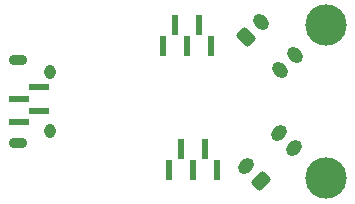
<source format=gbs>
G04 #@! TF.GenerationSoftware,KiCad,Pcbnew,7.0.5-7.0.5~ubuntu22.04.1*
G04 #@! TF.CreationDate,2023-07-07T16:24:56+02:00*
G04 #@! TF.ProjectId,combined,636f6d62-696e-4656-942e-6b696361645f,rev?*
G04 #@! TF.SameCoordinates,Original*
G04 #@! TF.FileFunction,Soldermask,Bot*
G04 #@! TF.FilePolarity,Negative*
%FSLAX46Y46*%
G04 Gerber Fmt 4.6, Leading zero omitted, Abs format (unit mm)*
G04 Created by KiCad (PCBNEW 7.0.5-7.0.5~ubuntu22.04.1) date 2023-07-07 16:24:56*
%MOMM*%
%LPD*%
G01*
G04 APERTURE LIST*
G04 Aperture macros list*
%AMRoundRect*
0 Rectangle with rounded corners*
0 $1 Rounding radius*
0 $2 $3 $4 $5 $6 $7 $8 $9 X,Y pos of 4 corners*
0 Add a 4 corners polygon primitive as box body*
4,1,4,$2,$3,$4,$5,$6,$7,$8,$9,$2,$3,0*
0 Add four circle primitives for the rounded corners*
1,1,$1+$1,$2,$3*
1,1,$1+$1,$4,$5*
1,1,$1+$1,$6,$7*
1,1,$1+$1,$8,$9*
0 Add four rect primitives between the rounded corners*
20,1,$1+$1,$2,$3,$4,$5,0*
20,1,$1+$1,$4,$5,$6,$7,0*
20,1,$1+$1,$6,$7,$8,$9,0*
20,1,$1+$1,$8,$9,$2,$3,0*%
%AMHorizOval*
0 Thick line with rounded ends*
0 $1 width*
0 $2 $3 position (X,Y) of the first rounded end (center of the circle)*
0 $4 $5 position (X,Y) of the second rounded end (center of the circle)*
0 Add line between two ends*
20,1,$1,$2,$3,$4,$5,0*
0 Add two circle primitives to create the rounded ends*
1,1,$1,$2,$3*
1,1,$1,$4,$5*%
G04 Aperture macros list end*
%ADD10O,1.550000X0.890000*%
%ADD11O,0.950000X1.250000*%
%ADD12R,1.750000X0.600000*%
%ADD13R,0.600000X1.750000*%
%ADD14C,3.500000*%
%ADD15RoundRect,0.249700X0.566110X0.141421X0.141421X0.566110X-0.566110X-0.141421X-0.141421X-0.566110X0*%
%ADD16HorizOval,1.100000X0.141421X0.141421X-0.141421X-0.141421X0*%
%ADD17RoundRect,0.249700X0.141421X-0.566110X0.566110X-0.141421X-0.141421X0.566110X-0.566110X0.141421X0*%
%ADD18HorizOval,1.100000X-0.141421X0.141421X0.141421X-0.141421X0*%
G04 APERTURE END LIST*
D10*
X78950000Y-30250000D03*
D11*
X81650000Y-31250000D03*
X81650000Y-36250000D03*
D10*
X78950000Y-37250000D03*
D12*
X80750000Y-32500000D03*
X79000000Y-33500000D03*
X80750000Y-34500000D03*
X79000000Y-35500000D03*
D13*
X95750000Y-39500000D03*
X94750000Y-37750000D03*
X93750000Y-39500000D03*
X92750000Y-37750000D03*
X91750000Y-39500000D03*
X95250000Y-29000000D03*
X94250000Y-27250000D03*
X93250000Y-29000000D03*
X92250000Y-27250000D03*
X91250000Y-29000000D03*
D14*
X105000000Y-40250000D03*
X105000000Y-27250000D03*
D15*
X99500000Y-40500000D03*
D16*
X102328427Y-37671573D03*
X98227208Y-39227208D03*
X101055635Y-36398781D03*
D17*
X98250000Y-28250000D03*
D18*
X101078427Y-31078427D03*
X99522792Y-26977208D03*
X102351219Y-29805635D03*
M02*

</source>
